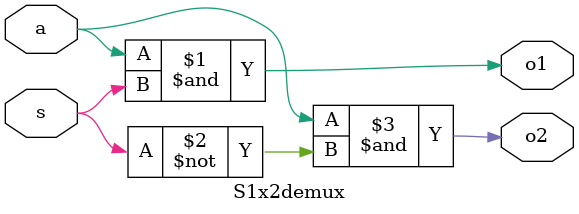
<source format=v>
`timescale 1ns / 1ps
module S1x2demux(o1,o2,a,s
    );
input a,s;
output o1,o2;
wire o1,o2;
and (o1,a,s);
and (o2,a,~s);
endmodule

</source>
